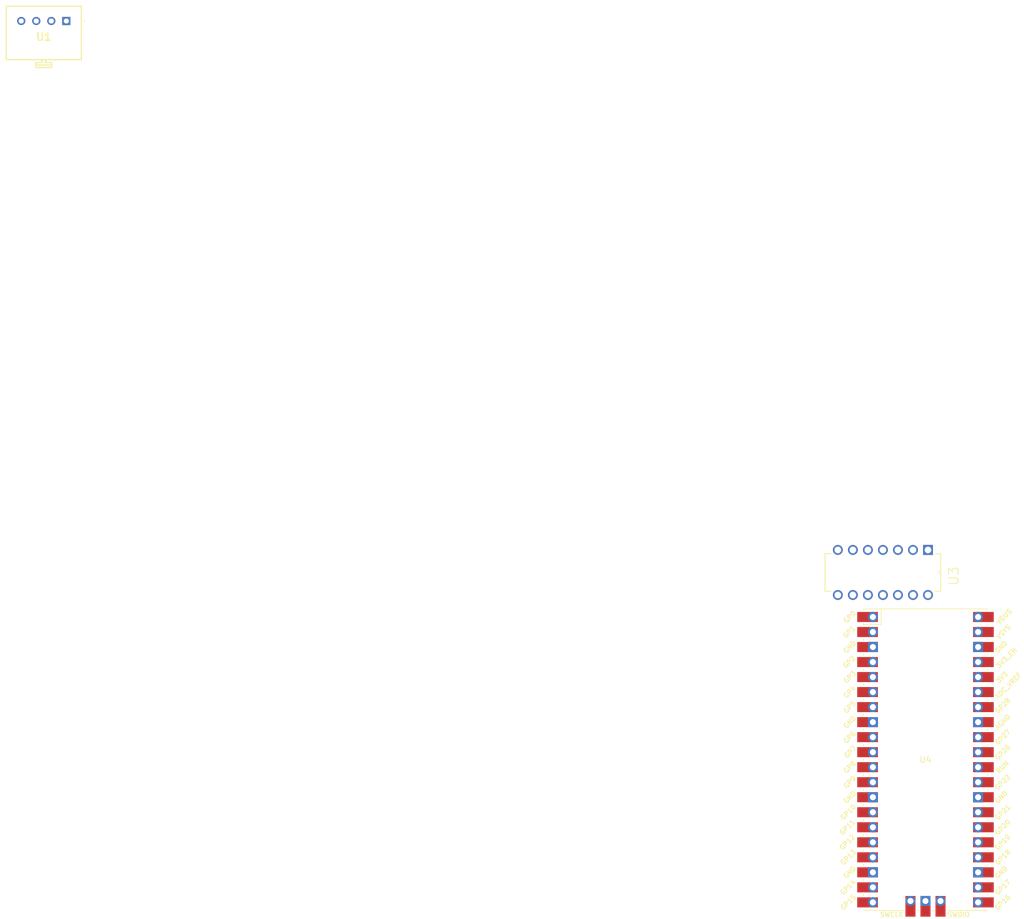
<source format=kicad_pcb>
(kicad_pcb (version 20240108) (generator "pcbnew") (generator_version "8.0")
  (layers (0 "F.Cu" signal) (31 "B.Cu" signal) (34 "B.Paste" user) (35 "F.Paste" user) (36 "B.SilkS" user "B.Silkscreen") (37 "F.SilkS" user "F.Silkscreen") (38 "B.Mask" user) (39 "F.Mask" user) (44 "Edge.Cuts" user))
  (net 0 "")
  (net 1 "GND")
  (net 2 "/3V3_Chamber")
  (net 7 "Net-(U3-NEG1)")
  (net 9 "/ADC")
  (net 11 "/5V")
  (net 14 "Net-(U3-POS1)")
  (net 40 "/3V3")
  (footprint "LMC6484IN_NOPB:DIP254P762X508-14" (layer "F.Cu") (at 141.61 100.62 -90)
    (property "Reference" "U3" (at -3.20118 -19.58815 90) (layer "F.SilkS") (effects (font (size 1.640394 1.640394))))
    (property "Value" "LMC6484IN_NOPB")
    (fp_line (start -6.985 2.159) (end -0.635 2.159) (stroke (width 0.1524)) (layer "F.SilkS"))
    (fp_line (start -0.635 2.159) (end -0.635 1.143) (stroke (width 0.1524)) (layer "F.SilkS"))
    (fp_line (start -6.985 1.143) (end -6.985 2.159) (stroke (width 0.1524)) (layer "F.SilkS"))
    (fp_line (start -0.635 -16.383) (end -0.635 -17.399) (stroke (width 0.1524)) (layer "F.SilkS"))
    (fp_line (start -6.985 -17.399) (end -6.985 -16.5608) (stroke (width 0.1524)) (layer "F.SilkS"))
    (fp_line (start -4.1148 -17.399) (end -6.985 -17.399) (stroke (width 0.1524)) (layer "F.SilkS"))
    (fp_line (start -3.5052 -17.399) (end -4.1148 -17.399) (stroke (width 0.1524)) (layer "F.SilkS"))
    (fp_line (start -0.635 -17.399) (end -3.5052 -17.399) (stroke (width 0.1524)) (layer "F.SilkS"))
    (fp_arc (start -3.5052 -17.399) (mid -3.81 -17.0942) (end -4.1148 -17.399) (stroke (width 0.1)) (layer "F.SilkS"))
    (pad "1" thru_hole rect (at -7.62 -15.24 270) (size 1.6764 1.6764) (drill 1.1176) (layers "*.Cu" "*.Mask") (net 9 "/ADC"))
    (pad "2" thru_hole circle (at -7.62 -12.7 270) (size 1.6764 1.6764) (drill 1.1176) (layers "*.Cu" "*.Mask") (net 7 "Net-(U3-NEG1)"))
    (pad "3" thru_hole circle (at -7.62 -10.16 270) (size 1.6764 1.6764) (drill 1.1176) (layers "*.Cu" "*.Mask") (net 14 "Net-(U3-POS1)"))
    (pad "4" thru_hole circle (at -7.62 -7.62 270) (size 1.6764 1.6764) (drill 1.1176) (layers "*.Cu" "*.Mask") (net 11 "/5V"))
    (pad "5" thru_hole circle (at -7.62 -5.08 270) (size 1.6764 1.6764) (drill 1.1176) (layers "*.Cu" "*.Mask"))
    (pad "6" thru_hole circle (at -7.62 -2.54 270) (size 1.6764 1.6764) (drill 1.1176) (layers "*.Cu" "*.Mask"))
    (pad "7" thru_hole circle (at -7.62 0 270) (size 1.6764 1.6764) (drill 1.1176) (layers "*.Cu" "*.Mask"))
    (pad "8" thru_hole circle (at 0 0 270) (size 1.6764 1.6764) (drill 1.1176) (layers "*.Cu" "*.Mask"))
    (pad "9" thru_hole circle (at 0 -2.54 270) (size 1.6764 1.6764) (drill 1.1176) (layers "*.Cu" "*.Mask"))
    (pad "10" thru_hole circle (at 0 -5.08 270) (size 1.6764 1.6764) (drill 1.1176) (layers "*.Cu" "*.Mask"))
    (pad "11" thru_hole circle (at 0 -7.62 270) (size 1.6764 1.6764) (drill 1.1176) (layers "*.Cu" "*.Mask") (net 1 "GND"))
    (pad "12" thru_hole circle (at 0 -10.16 270) (size 1.6764 1.6764) (drill 1.1176) (layers "*.Cu" "*.Mask"))
    (pad "13" thru_hole circle (at 0 -12.7 270) (size 1.6764 1.6764) (drill 1.1176) (layers "*.Cu" "*.Mask"))
    (pad "14" thru_hole circle (at 0 -15.24 270) (size 1.6764 1.6764) (drill 1.1176) (layers "*.Cu" "*.Mask"))
  )
  (footprint "FSG005WNPB:FSG005WNPB" (layer "F.Cu") (at 11.21 3.55)
    (property "Reference" "U1" (at -3.81 2.685 0) (layer "F.SilkS") (effects (font (size 1.27 1.27) (thickness 0.254))))
    (property "Value" "FSG005WNPB" (hide yes))
    (fp_line (start -10.16 -2.5) (end 2.54 -2.5) (stroke (width 0.2)) (layer "F.SilkS"))
    (fp_line (start -10.16 6.54) (end -10.16 -2.5) (stroke (width 0.2)) (layer "F.SilkS"))
    (fp_line (start -5.14 7.04) (end -5.14 7.87) (stroke (width 0.2)) (layer "F.SilkS"))
    (fp_line (start -5.14 7.87) (end -2.48 7.87) (stroke (width 0.2)) (layer "F.SilkS"))
    (fp_line (start -5.08 7.455) (end -2.48 7.455) (stroke (width 0.2)) (layer "F.SilkS"))
    (fp_line (start -4.11 6.54) (end -4.11 7.04) (stroke (width 0.2)) (layer "F.SilkS"))
    (fp_line (start -4.11 7.04) (end -5.14 7.04) (stroke (width 0.2)) (layer "F.SilkS"))
    (fp_line (start -3.51 7.04) (end -3.51 6.54) (stroke (width 0.2)) (layer "F.SilkS"))
    (fp_line (start -2.48 7.04) (end -3.51 7.04) (stroke (width 0.2)) (layer "F.SilkS"))
    (fp_line (start -2.48 7.87) (end -2.48 7.04) (stroke (width 0.2)) (layer "F.SilkS"))
    (fp_line (start 2.54 -2.5) (end 2.54 6.54) (stroke (width 0.2)) (layer "F.SilkS"))
    (fp_line (start 2.54 6.54) (end -10.16 6.54) (stroke (width 0.2)) (layer "F.SilkS"))
    (fp_line (start 3 0) (end 3 0) (stroke (width 0.1)) (layer "F.SilkS"))
    (fp_line (start 3.1 0) (end 3.1 0) (stroke (width 0.1)) (layer "F.SilkS"))
    (fp_arc (start 3 0) (mid 3.05 -0.05) (end 3.1 0) (stroke (width 0.1)) (layer "F.SilkS"))
    (fp_arc (start 3.1 0) (mid 3.05 0.05) (end 3 0) (stroke (width 0.1)) (layer "F.SilkS"))
    (pad "1" thru_hole rect (at 0 0) (size 1.381 1.381) (drill 0.85) (layers "*.Cu" "*.Mask"))
    (pad "2" thru_hole circle (at -2.54 0) (size 1.381 1.381) (drill 0.85) (layers "*.Cu" "*.Mask"))
    (pad "3" thru_hole circle (at -5.08 0) (size 1.381 1.381) (drill 0.85) (layers "*.Cu" "*.Mask"))
    (pad "4" thru_hole circle (at -7.62 0) (size 1.381 1.381) (drill 0.85) (layers "*.Cu" "*.Mask"))
  )
  (footprint "MCU_RaspberryPi_and_Boards:RPi_Pico_SMD_TH" (layer "F.Cu") (at 156.425 128.47)
    (property "Reference" "U4" (at 0 0 0) (layer "F.SilkS"))
    (property "Value" "Pico")
    (fp_line (start -10.5 -25.5) (end -10.5 -25.2) (stroke (width 0.12)) (layer "F.SilkS"))
    (fp_line (start -10.5 -25.5) (end 10.5 -25.5) (stroke (width 0.12)) (layer "F.SilkS"))
    (fp_line (start -10.5 -23.1) (end -10.5 -22.7) (stroke (width 0.12)) (layer "F.SilkS"))
    (fp_line (start -10.5 -22.833) (end -7.493 -22.833) (stroke (width 0.12)) (layer "F.SilkS"))
    (fp_line (start -10.5 -20.5) (end -10.5 -20.1) (stroke (width 0.12)) (layer "F.SilkS"))
    (fp_line (start -10.5 -18) (end -10.5 -17.6) (stroke (width 0.12)) (layer "F.SilkS"))
    (fp_line (start -10.5 -15.4) (end -10.5 -15) (stroke (width 0.12)) (layer "F.SilkS"))
    (fp_line (start -10.5 -12.9) (end -10.5 -12.5) (stroke (width 0.12)) (layer "F.SilkS"))
    (fp_line (start -10.5 -10.4) (end -10.5 -10) (stroke (width 0.12)) (layer "F.SilkS"))
    (fp_line (start -10.5 -7.8) (end -10.5 -7.4) (stroke (width 0.12)) (layer "F.SilkS"))
    (fp_line (start -10.5 -5.3) (end -10.5 -4.9) (stroke (width 0.12)) (layer "F.SilkS"))
    (fp_line (start -10.5 -2.7) (end -10.5 -2.3) (stroke (width 0.12)) (layer "F.SilkS"))
    (fp_line (start -10.5 -0.2) (end -10.5 0.2) (stroke (width 0.12)) (layer "F.SilkS"))
    (fp_line (start -10.5 2.3) (end -10.5 2.7) (stroke (width 0.12)) (layer "F.SilkS"))
    (fp_line (start -10.5 4.9) (end -10.5 5.3) (stroke (width 0.12)) (layer "F.SilkS"))
    (fp_line (start -10.5 7.4) (end -10.5 7.8) (stroke (width 0.12)) (layer "F.SilkS"))
    (fp_line (start -10.5 10) (end -10.5 10.4) (stroke (width 0.12)) (layer "F.SilkS"))
    (fp_line (start -10.5 12.5) (end -10.5 12.9) (stroke (width 0.12)) (layer "F.SilkS"))
    (fp_line (start -10.5 15.1) (end -10.5 15.5) (stroke (width 0.12)) (layer "F.SilkS"))
    (fp_line (start -10.5 17.6) (end -10.5 18) (stroke (width 0.12)) (layer "F.SilkS"))
    (fp_line (start -10.5 20.1) (end -10.5 20.5) (stroke (width 0.12)) (layer "F.SilkS"))
    (fp_line (start -10.5 22.7) (end -10.5 23.1) (stroke (width 0.12)) (layer "F.SilkS"))
    (fp_line (start -7.493 -22.833) (end -7.493 -25.5) (stroke (width 0.12)) (layer "F.SilkS"))
    (fp_line (start -3.7 25.5) (end -10.5 25.5) (stroke (width 0.12)) (layer "F.SilkS"))
    (fp_line (start -1.5 25.5) (end -1.1 25.5) (stroke (width 0.12)) (layer "F.SilkS"))
    (fp_line (start 1.1 25.5) (end 1.5 25.5) (stroke (width 0.12)) (layer "F.SilkS"))
    (fp_line (start 10.5 -25.5) (end 10.5 -25.2) (stroke (width 0.12)) (layer "F.SilkS"))
    (fp_line (start 10.5 -23.1) (end 10.5 -22.7) (stroke (width 0.12)) (layer "F.SilkS"))
    (fp_line (start 10.5 -20.5) (end 10.5 -20.1) (stroke (width 0.12)) (layer "F.SilkS"))
    (fp_line (start 10.5 -18) (end 10.5 -17.6) (stroke (width 0.12)) (layer "F.SilkS"))
    (fp_line (start 10.5 -15.4) (end 10.5 -15) (stroke (width 0.12)) (layer "F.SilkS"))
    (fp_line (start 10.5 -12.9) (end 10.5 -12.5) (stroke (width 0.12)) (layer "F.SilkS"))
    (fp_line (start 10.5 -10.4) (end 10.5 -10) (stroke (width 0.12)) (layer "F.SilkS"))
    (fp_line (start 10.5 -7.8) (end 10.5 -7.4) (stroke (width 0.12)) (layer "F.SilkS"))
    (fp_line (start 10.5 -5.3) (end 10.5 -4.9) (stroke (width 0.12)) (layer "F.SilkS"))
    (fp_line (start 10.5 -2.7) (end 10.5 -2.3) (stroke (width 0.12)) (layer "F.SilkS"))
    (fp_line (start 10.5 -0.2) (end 10.5 0.2) (stroke (width 0.12)) (layer "F.SilkS"))
    (fp_line (start 10.5 2.3) (end 10.5 2.7) (stroke (width 0.12)) (layer "F.SilkS"))
    (fp_line (start 10.5 4.9) (end 10.5 5.3) (stroke (width 0.12)) (layer "F.SilkS"))
    (fp_line (start 10.5 7.4) (end 10.5 7.8) (stroke (width 0.12)) (layer "F.SilkS"))
    (fp_line (start 10.5 10) (end 10.5 10.4) (stroke (width 0.12)) (layer "F.SilkS"))
    (fp_line (start 10.5 12.5) (end 10.5 12.9) (stroke (width 0.12)) (layer "F.SilkS"))
    (fp_line (start 10.5 15.1) (end 10.5 15.5) (stroke (width 0.12)) (layer "F.SilkS"))
    (fp_line (start 10.5 17.6) (end 10.5 18) (stroke (width 0.12)) (layer "F.SilkS"))
    (fp_line (start 10.5 20.1) (end 10.5 20.5) (stroke (width 0.12)) (layer "F.SilkS"))
    (fp_line (start 10.5 22.7) (end 10.5 23.1) (stroke (width 0.12)) (layer "F.SilkS"))
    (fp_line (start 10.5 25.5) (end 3.7 25.5) (stroke (width 0.12)) (layer "F.SilkS"))
    (fp_text user "GP11" (at -13.2 11.43 45) (layer "F.SilkS") (effects (font (size 0.8 0.8))))
    (fp_text user "GP8" (at -12.8 1.27 45) (layer "F.SilkS") (effects (font (size 0.8 0.8))))
    (fp_text user "GP14" (at -13.1 21.59 45) (layer "F.SilkS") (effects (font (size 0.8 0.8))))
    (fp_text user "GND" (at -12.8 19.05 45) (layer "F.SilkS") (effects (font (size 0.8 0.8))))
    (fp_text user "GP7" (at -12.7 -1.3 45) (layer "F.SilkS") (effects (font (size 0.8 0.8))))
    (fp_text user "GP28" (at 13.054 -9.144 45) (layer "F.SilkS") (effects (font (size 0.8 0.8))))
    (fp_text user "GP2" (at -12.9 -16.51 45) (layer "F.SilkS") (effects (font (size 0.8 0.8))))
    (fp_text user "GND" (at 12.8 -19.05 45) (layer "F.SilkS") (effects (font (size 0.8 0.8))))
    (fp_text user "GP10" (at -13.054 8.89 45) (layer "F.SilkS") (effects (font (size 0.8 0.8))))
    (fp_text user "3V3_EN" (at 13.7 -17.2 45) (layer "F.SilkS") (effects (font (size 0.8 0.8))))
    (fp_text user "SWDIO" (at 5.6 26.2 0) (layer "F.SilkS") (effects (font (size 0.8 0.8))))
    (fp_text user "GP20" (at 13.054 11.43 45) (layer "F.SilkS") (effects (font (size 0.8 0.8))))
    (fp_text user "GP19" (at 13.054 13.97 45) (layer "F.SilkS") (effects (font (size 0.8 0.8))))
    (fp_text user "SWCLK" (at -5.7 26.2 0) (layer "F.SilkS") (effects (font (size 0.8 0.8))))
    (fp_text user "GND" (at -12.8 -19.05 45) (layer "F.SilkS") (effects (font (size 0.8 0.8))))
    (fp_text user "RUN" (at 13 1.27 45) (layer "F.SilkS") (effects (font (size 0.8 0.8))))
    (fp_text user "GP0" (at -12.8 -24.13 45) (layer "F.SilkS") (effects (font (size 0.8 0.8))))
    (fp_text user "GP27" (at 13.054 -3.8 45) (layer "F.SilkS") (effects (font (size 0.8 0.8))))
    (fp_text user "GND" (at -12.8 -6.35 45) (layer "F.SilkS") (effects (font (size 0.8 0.8))))
    (fp_text user "GND" (at -12.8 6.35 45) (layer "F.SilkS") (effects (font (size 0.8 0.8))))
    (fp_text user "GP21" (at 13.054 8.9 45) (layer "F.SilkS") (effects (font (size 0.8 0.8))))
    (fp_text user "GND" (at 12.8 19.05 45) (layer "F.SilkS") (effects (font (size 0.8 0.8))))
    (fp_text user "GP4" (at -12.8 -11.43 45) (layer "F.SilkS") (effects (font (size 0.8 0.8))))
    (fp_text user "GP6" (at -12.8 -3.81 45) (layer "F.SilkS") (effects (font (size 0.8 0.8))))
    (fp_text user "GP12" (at -13.2 13.97 45) (layer "F.SilkS") (effects (font (size 0.8 0.8))))
    (fp_text user "GP15" (at -13.054 24.13 45) (layer "F.SilkS") (effects (font (size 0.8 0.8))))
    (fp_text user "GP18" (at 13.054 16.51 45) (layer "F.SilkS") (effects (font (size 0.8 0.8))))
    (fp_text user "GP16" (at 13.054 24.13 45) (layer "F.SilkS") (effects (font (size 0.8 0.8))))
    (fp_text user "GP5" (at -12.8 -8.89 45) (layer "F.SilkS") (effects (font (size 0.8 0.8))))
    (fp_text user "GP13" (at -13.054 16.51 45) (layer "F.SilkS") (effects (font (size 0.8 0.8))))
    (fp_text user "GND" (at 12.8 6.35 45) (layer "F.SilkS") (effects (font (size 0.8 0.8))))
    (fp_text user "AGND" (at 13.054 -6.35 45) (layer "F.SilkS") (effects (font (size 0.8 0.8))))
    (fp_text user "VBUS" (at 13.3 -24.2 45) (layer "F.SilkS") (effects (font (size 0.8 0.8))))
    (fp_text user "VSYS" (at 13.2 -21.59 45) (layer "F.SilkS") (effects (font (size 0.8 0.8))))
    (fp_text user "GP3" (at -12.8 -13.97 45) (layer "F.SilkS") (effects (font (size 0.8 0.8))))
    (fp_text user "GP1" (at -12.9 -21.6 45) (layer "F.SilkS") (effects (font (size 0.8 0.8))))
    (fp_text user "3V3" (at 12.9 -13.9 45) (layer "F.SilkS") (effects (font (size 0.8 0.8))))
    (fp_text user "GP26" (at 13.054 -1.27 45) (layer "F.SilkS") (effects (font (size 0.8 0.8))))
    (fp_text user "GP17" (at 13.054 21.59 45) (layer "F.SilkS") (effects (font (size 0.8 0.8))))
    (fp_text user "ADC_VREF" (at 14 -12.5 45) (layer "F.SilkS") (effects (font (size 0.8 0.8))))
    (fp_text user "GP22" (at 13.054 3.81 45) (layer "F.SilkS") (effects (font (size 0.8 0.8))))
    (fp_text user "GP9" (at -12.8 3.81 45) (layer "F.SilkS") (effects (font (size 0.8 0.8))))
    (pad "" np_thru_hole oval (at -2.725 -24) (size 1.8 1.8) (drill 1.8) (layers "*.Cu" "*.Mask"))
    (pad "" np_thru_hole oval (at -2.425 -20.97) (size 1.5 1.5) (drill 1.5) (layers "*.Cu" "*.Mask"))
    (pad "" np_thru_hole oval (at 2.425 -20.97) (size 1.5 1.5) (drill 1.5) (layers "*.Cu" "*.Mask"))
    (pad "" np_thru_hole oval (at 2.725 -24) (size 1.8 1.8) (drill 1.8) (layers "*.Cu" "*.Mask"))
    (pad "1" thru_hole oval (at -8.89 -24.13) (size 1.7 1.7) (drill 1.02) (layers "*.Cu" "*.Mask"))
    (pad "1" smd rect (at -8.89 -24.13) (size 3.5 1.7) (drill (offset -0.9 0)) (layers "F.Cu" "F.Mask"))
    (pad "2" thru_hole oval (at -8.89 -21.59) (size 1.7 1.7) (drill 1.02) (layers "*.Cu" "*.Mask"))
    (pad "2" smd rect (at -8.89 -21.59) (size 3.5 1.7) (drill (offset -0.9 0)) (layers "F.Cu" "F.Mask"))
    (pad "3" thru_hole rect (at -8.89 -19.05) (size 1.7 1.7) (drill 1.02) (layers "*.Cu" "*.Mask"))
    (pad "3" smd rect (at -8.89 -19.05) (size 3.5 1.7) (drill (offset -0.9 0)) (layers "F.Cu" "F.Mask"))
    (pad "4" thru_hole oval (at -8.89 -16.51) (size 1.7 1.7) (drill 1.02) (layers "*.Cu" "*.Mask"))
    (pad "4" smd rect (at -8.89 -16.51) (size 3.5 1.7) (drill (offset -0.9 0)) (layers "F.Cu" "F.Mask"))
    (pad "5" thru_hole oval (at -8.89 -13.97) (size 1.7 1.7) (drill 1.02) (layers "*.Cu" "*.Mask"))
    (pad "5" smd rect (at -8.89 -13.97) (size 3.5 1.7) (drill (offset -0.9 0)) (layers "F.Cu" "F.Mask"))
    (pad "6" thru_hole oval (at -8.89 -11.43) (size 1.7 1.7) (drill 1.02) (layers "*.Cu" "*.Mask"))
    (pad "6" smd rect (at -8.89 -11.43) (size 3.5 1.7) (drill (offset -0.9 0)) (layers "F.Cu" "F.Mask"))
    (pad "7" thru_hole oval (at -8.89 -8.89) (size 1.7 1.7) (drill 1.02) (layers "*.Cu" "*.Mask"))
    (pad "7" smd rect (at -8.89 -8.89) (size 3.5 1.7) (drill (offset -0.9 0)) (layers "F.Cu" "F.Mask"))
    (pad "8" thru_hole rect (at -8.89 -6.35) (size 1.7 1.7) (drill 1.02) (layers "*.Cu" "*.Mask"))
    (pad "8" smd rect (at -8.89 -6.35) (size 3.5 1.7) (drill (offset -0.9 0)) (layers "F.Cu" "F.Mask"))
    (pad "9" thru_hole oval (at -8.89 -3.81) (size 1.7 1.7) (drill 1.02) (layers "*.Cu" "*.Mask"))
    (pad "9" smd rect (at -8.89 -3.81) (size 3.5 1.7) (drill (offset -0.9 0)) (layers "F.Cu" "F.Mask"))
    (pad "10" thru_hole oval (at -8.89 -1.27) (size 1.7 1.7) (drill 1.02) (layers "*.Cu" "*.Mask"))
    (pad "10" smd rect (at -8.89 -1.27) (size 3.5 1.7) (drill (offset -0.9 0)) (layers "F.Cu" "F.Mask"))
    (pad "11" thru_hole oval (at -8.89 1.27) (size 1.7 1.7) (drill 1.02) (layers "*.Cu" "*.Mask"))
    (pad "11" smd rect (at -8.89 1.27) (size 3.5 1.7) (drill (offset -0.9 0)) (layers "F.Cu" "F.Mask"))
    (pad "12" thru_hole oval (at -8.89 3.81) (size 1.7 1.7) (drill 1.02) (layers "*.Cu" "*.Mask"))
    (pad "12" smd rect (at -8.89 3.81) (size 3.5 1.7) (drill (offset -0.9 0)) (layers "F.Cu" "F.Mask"))
    (pad "13" thru_hole rect (at -8.89 6.35) (size 1.7 1.7) (drill 1.02) (layers "*.Cu" "*.Mask"))
    (pad "13" smd rect (at -8.89 6.35) (size 3.5 1.7) (drill (offset -0.9 0)) (layers "F.Cu" "F.Mask"))
    (pad "14" thru_hole oval (at -8.89 8.89) (size 1.7 1.7) (drill 1.02) (layers "*.Cu" "*.Mask"))
    (pad "14" smd rect (at -8.89 8.89) (size 3.5 1.7) (drill (offset -0.9 0)) (layers "F.Cu" "F.Mask"))
    (pad "15" thru_hole oval (at -8.89 11.43) (size 1.7 1.7) (drill 1.02) (layers "*.Cu" "*.Mask"))
    (pad "15" smd rect (at -8.89 11.43) (size 3.5 1.7) (drill (offset -0.9 0)) (layers "F.Cu" "F.Mask"))
    (pad "16" thru_hole oval (at -8.89 13.97) (size 1.7 1.7) (drill 1.02) (layers "*.Cu" "*.Mask"))
    (pad "16" smd rect (at -8.89 13.97) (size 3.5 1.7) (drill (offset -0.9 0)) (layers "F.Cu" "F.Mask"))
    (pad "17" thru_hole oval (at -8.89 16.51) (size 1.7 1.7) (drill 1.02) (layers "*.Cu" "*.Mask"))
    (pad "17" smd rect (at -8.89 16.51) (size 3.5 1.7) (drill (offset -0.9 0)) (layers "F.Cu" "F.Mask"))
    (pad "18" thru_hole rect (at -8.89 19.05) (size 1.7 1.7) (drill 1.02) (layers "*.Cu" "*.Mask"))
    (pad "18" smd rect (at -8.89 19.05) (size 3.5 1.7) (drill (offset -0.9 0)) (layers "F.Cu" "F.Mask"))
    (pad "19" thru_hole oval (at -8.89 21.59) (size 1.7 1.7) (drill 1.02) (layers "*.Cu" "*.Mask"))
    (pad "19" smd rect (at -8.89 21.59) (size 3.5 1.7) (drill (offset -0.9 0)) (layers "F.Cu" "F.Mask"))
    (pad "20" thru_hole oval (at -8.89 24.13) (size 1.7 1.7) (drill 1.02) (layers "*.Cu" "*.Mask"))
    (pad "20" smd rect (at -8.89 24.13) (size 3.5 1.7) (drill (offset -0.9 0)) (layers "F.Cu" "F.Mask"))
    (pad "21" thru_hole oval (at 8.89 24.13) (size 1.7 1.7) (drill 1.02) (layers "*.Cu" "*.Mask"))
    (pad "21" smd rect (at 8.89 24.13) (size 3.5 1.7) (drill (offset 0.9 0)) (layers "F.Cu" "F.Mask"))
    (pad "22" thru_hole oval (at 8.89 21.59) (size 1.7 1.7) (drill 1.02) (layers "*.Cu" "*.Mask"))
    (pad "22" smd rect (at 8.89 21.59) (size 3.5 1.7) (drill (offset 0.9 0)) (layers "F.Cu" "F.Mask"))
    (pad "23" thru_hole rect (at 8.89 19.05) (size 1.7 1.7) (drill 1.02) (layers "*.Cu" "*.Mask"))
    (pad "23" smd rect (at 8.89 19.05) (size 3.5 1.7) (drill (offset 0.9 0)) (layers "F.Cu" "F.Mask"))
    (pad "24" thru_hole oval (at 8.89 16.51) (size 1.7 1.7) (drill 1.02) (layers "*.Cu" "*.Mask"))
    (pad "24" smd rect (at 8.89 16.51) (size 3.5 1.7) (drill (offset 0.9 0)) (layers "F.Cu" "F.Mask"))
    (pad "25" thru_hole oval (at 8.89 13.97) (size 1.7 1.7) (drill 1.02) (layers "*.Cu" "*.Mask"))
    (pad "25" smd rect (at 8.89 13.97) (size 3.5 1.7) (drill (offset 0.9 0)) (layers "F.Cu" "F.Mask"))
    (pad "26" thru_hole oval (at 8.89 11.43) (size 1.7 1.7) (drill 1.02) (layers "*.Cu" "*.Mask"))
    (pad "26" smd rect (at 8.89 11.43) (size 3.5 1.7) (drill (offset 0.9 0)) (layers "F.Cu" "F.Mask"))
    (pad "27" thru_hole oval (at 8.89 8.89) (size 1.7 1.7) (drill 1.02) (layers "*.Cu" "*.Mask"))
    (pad "27" smd rect (at 8.89 8.89) (size 3.5 1.7) (drill (offset 0.9 0)) (layers "F.Cu" "F.Mask"))
    (pad "28" thru_hole rect (at 8.89 6.35) (size 1.7 1.7) (drill 1.02) (layers "*.Cu" "*.Mask"))
    (pad "28" smd rect (at 8.89 6.35) (size 3.5 1.7) (drill (offset 0.9 0)) (layers "F.Cu" "F.Mask"))
    (pad "29" thru_hole oval (at 8.89 3.81) (size 1.7 1.7) (drill 1.02) (layers "*.Cu" "*.Mask"))
    (pad "29" smd rect (at 8.89 3.81) (size 3.5 1.7) (drill (offset 0.9 0)) (layers "F.Cu" "F.Mask"))
    (pad "30" thru_hole oval (at 8.89 1.27) (size 1.7 1.7) (drill 1.02) (layers "*.Cu" "*.Mask"))
    (pad "30" smd rect (at 8.89 1.27) (size 3.5 1.7) (drill (offset 0.9 0)) (layers "F.Cu" "F.Mask"))
    (pad "31" thru_hole oval (at 8.89 -1.27) (size 1.7 1.7) (drill 1.02) (layers "*.Cu" "*.Mask") (net 9 "/ADC"))
    (pad "31" smd rect (at 8.89 -1.27) (size 3.5 1.7) (drill (offset 0.9 0)) (layers "F.Cu" "F.Mask") (net 9 "/ADC"))
    (pad "32" thru_hole oval (at 8.89 -3.81) (size 1.7 1.7) (drill 1.02) (layers "*.Cu" "*.Mask"))
    (pad "32" smd rect (at 8.89 -3.81) (size 3.5 1.7) (drill (offset 0.9 0)) (layers "F.Cu" "F.Mask"))
    (pad "33" thru_hole rect (at 8.89 -6.35) (size 1.7 1.7) (drill 1.02) (layers "*.Cu" "*.Mask"))
    (pad "33" smd rect (at 8.89 -6.35) (size 3.5 1.7) (drill (offset 0.9 0)) (layers "F.Cu" "F.Mask"))
    (pad "34" thru_hole oval (at 8.89 -8.89) (size 1.7 1.7) (drill 1.02) (layers "*.Cu" "*.Mask"))
    (pad "34" smd rect (at 8.89 -8.89) (size 3.5 1.7) (drill (offset 0.9 0)) (layers "F.Cu" "F.Mask"))
    (pad "35" thru_hole oval (at 8.89 -11.43) (size 1.7 1.7) (drill 1.02) (layers "*.Cu" "*.Mask"))
    (pad "35" smd rect (at 8.89 -11.43) (size 3.5 1.7) (drill (offset 0.9 0)) (layers "F.Cu" "F.Mask"))
    (pad "36" thru_hole oval (at 8.89 -13.97) (size 1.7 1.7) (drill 1.02) (layers "*.Cu" "*.Mask") (net 2 "/3V3_Chamber"))
    (pad "36" smd rect (at 8.89 -13.97) (size 3.5 1.7) (drill (offset 0.9 0)) (layers "F.Cu" "F.Mask") (net 2 "/3V3_Chamber"))
    (pad "37" thru_hole oval (at 8.89 -16.51) (size 1.7 1.7) (drill 1.02) (layers "*.Cu" "*.Mask"))
    (pad "37" smd rect (at 8.89 -16.51) (size 3.5 1.7) (drill (offset 0.9 0)) (layers "F.Cu" "F.Mask"))
    (pad "38" thru_hole rect (at 8.89 -19.05) (size 1.7 1.7) (drill 1.02) (layers "*.Cu" "*.Mask") (net 1 "GND"))
    (pad "38" smd rect (at 8.89 -19.05) (size 3.5 1.7) (drill (offset 0.9 0)) (layers "F.Cu" "F.Mask") (net 1 "GND"))
    (pad "39" thru_hole oval (at 8.89 -21.59) (size 1.7 1.7) (drill 1.02) (layers "*.Cu" "*.Mask") (net 40 "/3V3"))
    (pad "39" smd rect (at 8.89 -21.59) (size 3.5 1.7) (drill (offset 0.9 0)) (layers "F.Cu" "F.Mask") (net 40 "/3V3"))
    (pad "40" thru_hole oval (at 8.89 -24.13) (size 1.7 1.7) (drill 1.02) (layers "*.Cu" "*.Mask"))
    (pad "40" smd rect (at 8.89 -24.13) (size 3.5 1.7) (drill (offset 0.9 0)) (layers "F.Cu" "F.Mask"))
    (pad "41" thru_hole oval (at -2.54 23.9) (size 1.7 1.7) (drill 1.02) (layers "*.Cu" "*.Mask"))
    (pad "41" smd rect (at -2.54 23.9 90) (size 3.5 1.7) (drill (offset -0.9 0)) (layers "F.Cu" "F.Mask"))
    (pad "42" thru_hole rect (at 0 23.9) (size 1.7 1.7) (drill 1.02) (layers "*.Cu" "*.Mask"))
    (pad "42" smd rect (at 0 23.9 90) (size 3.5 1.7) (drill (offset -0.9 0)) (layers "F.Cu" "F.Mask"))
    (pad "43" thru_hole oval (at 2.54 23.9) (size 1.7 1.7) (drill 1.02) (layers "*.Cu" "*.Mask"))
    (pad "43" smd rect (at 2.54 23.9 90) (size 3.5 1.7) (drill (offset -0.9 0)) (layers "F.Cu" "F.Mask"))
  )
)
</source>
